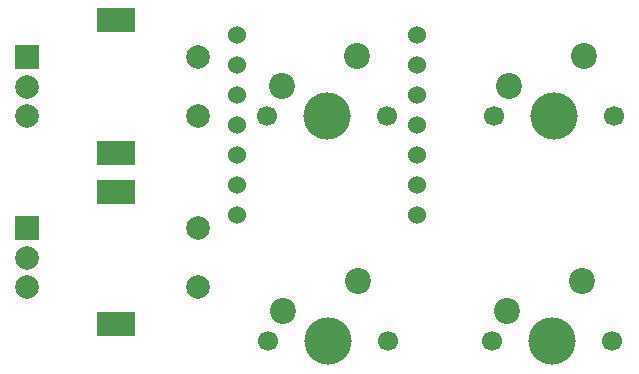
<source format=gbr>
%TF.GenerationSoftware,KiCad,Pcbnew,8.0.6*%
%TF.CreationDate,2024-10-21T22:58:36-05:00*%
%TF.ProjectId,HackPad,4861636b-5061-4642-9e6b-696361645f70,rev?*%
%TF.SameCoordinates,Original*%
%TF.FileFunction,Soldermask,Top*%
%TF.FilePolarity,Negative*%
%FSLAX46Y46*%
G04 Gerber Fmt 4.6, Leading zero omitted, Abs format (unit mm)*
G04 Created by KiCad (PCBNEW 8.0.6) date 2024-10-21 22:58:36*
%MOMM*%
%LPD*%
G01*
G04 APERTURE LIST*
%ADD10C,1.700000*%
%ADD11C,4.000000*%
%ADD12C,2.200000*%
%ADD13R,2.000000X2.000000*%
%ADD14C,2.000000*%
%ADD15R,3.200000X2.000000*%
%ADD16C,1.524000*%
G04 APERTURE END LIST*
D10*
%TO.C,SW4*%
X143840000Y-66500000D03*
D11*
X148920000Y-66500000D03*
D10*
X154000000Y-66500000D03*
D12*
X151460000Y-61420000D03*
X145110000Y-63960000D03*
%TD*%
D13*
%TO.C,RE7*%
X104500000Y-57000000D03*
D14*
X104500000Y-62000000D03*
X104500000Y-59500000D03*
D15*
X112000000Y-53900000D03*
X112000000Y-65100000D03*
D14*
X119000000Y-62000000D03*
X119000000Y-57000000D03*
%TD*%
D13*
%TO.C,RE6*%
X104500000Y-42500000D03*
D14*
X104500000Y-47500000D03*
X104500000Y-45000000D03*
D15*
X112000000Y-39400000D03*
X112000000Y-50600000D03*
D14*
X119000000Y-47500000D03*
X119000000Y-42500000D03*
%TD*%
D10*
%TO.C,SW2*%
X124880000Y-66580000D03*
D11*
X129960000Y-66580000D03*
D10*
X135040000Y-66580000D03*
D12*
X132500000Y-61500000D03*
X126150000Y-64040000D03*
%TD*%
D10*
%TO.C,SW3*%
X144000000Y-47500000D03*
D11*
X149080000Y-47500000D03*
D10*
X154160000Y-47500000D03*
D12*
X151620000Y-42420000D03*
X145270000Y-44960000D03*
%TD*%
D10*
%TO.C,SW1*%
X124840000Y-47500000D03*
D11*
X129920000Y-47500000D03*
D10*
X135000000Y-47500000D03*
D12*
X132460000Y-42420000D03*
X126110000Y-44960000D03*
%TD*%
D16*
%TO.C,U1*%
X137540000Y-40648500D03*
X137540000Y-43188500D03*
X137540000Y-45728500D03*
X137540000Y-48268500D03*
X137540000Y-50808500D03*
X137540000Y-53348500D03*
X137540000Y-55888500D03*
X122300000Y-55888500D03*
X122300000Y-53348500D03*
X122300000Y-50808500D03*
X122300000Y-48268500D03*
X122300000Y-45728500D03*
X122300000Y-43188500D03*
X122300000Y-40648500D03*
%TD*%
M02*

</source>
